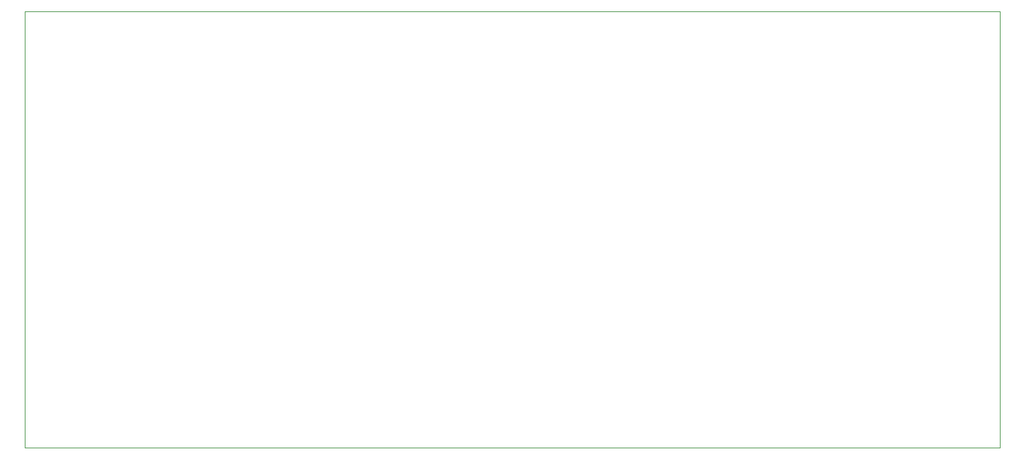
<source format=gbr>
%TF.GenerationSoftware,KiCad,Pcbnew,5.1.9+dfsg1-1*%
%TF.CreationDate,2021-10-02T14:14:08+02:00*%
%TF.ProjectId,accessory_board,61636365-7373-46f7-9279-5f626f617264,rev?*%
%TF.SameCoordinates,Original*%
%TF.FileFunction,Profile,NP*%
%FSLAX46Y46*%
G04 Gerber Fmt 4.6, Leading zero omitted, Abs format (unit mm)*
G04 Created by KiCad (PCBNEW 5.1.9+dfsg1-1) date 2021-10-02 14:14:08*
%MOMM*%
%LPD*%
G01*
G04 APERTURE LIST*
%TA.AperFunction,Profile*%
%ADD10C,0.050000*%
%TD*%
G04 APERTURE END LIST*
D10*
X154305000Y-67310000D02*
X154305000Y-12065000D01*
X155575000Y-67310000D02*
X154305000Y-67310000D01*
X277495000Y-67310000D02*
X155575000Y-67310000D01*
X277495000Y-12065000D02*
X277495000Y-67310000D01*
X154305000Y-12065000D02*
X277495000Y-12065000D01*
M02*

</source>
